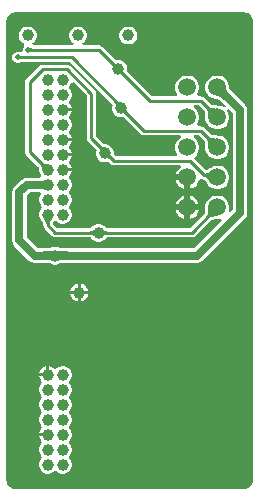
<source format=gtl>
G04*
G04 #@! TF.GenerationSoftware,Altium Limited,Altium Designer,23.0.1 (38)*
G04*
G04 Layer_Physical_Order=1*
G04 Layer_Color=255*
%FSLAX43Y43*%
%MOMM*%
G71*
G04*
G04 #@! TF.SameCoordinates,F4D5CC03-99AA-4306-8ABA-C9368C199380*
G04*
G04*
G04 #@! TF.FilePolarity,Positive*
G04*
G01*
G75*
%ADD11C,0.254*%
%ADD12C,1.000*%
%ADD15C,0.700*%
%ADD16C,1.500*%
%ADD17C,0.600*%
%ADD18C,0.460*%
G36*
X26670Y53739D02*
X45879Y53739D01*
X45964Y53739D01*
X46130Y53706D01*
X46287Y53641D01*
X46428Y53546D01*
X46548Y53426D01*
X46643Y53285D01*
X46708Y53128D01*
X46741Y52962D01*
X46741Y52877D01*
Y14224D01*
X46741Y14139D01*
X46708Y13972D01*
X46643Y13816D01*
X46548Y13674D01*
X46428Y13554D01*
X46287Y13460D01*
X46130Y13395D01*
X45964Y13362D01*
X45879Y13362D01*
X26585D01*
X26418Y13395D01*
X26262Y13460D01*
X26120Y13554D01*
X26000Y13674D01*
X25906Y13816D01*
X25841Y13973D01*
X25808Y14139D01*
Y14224D01*
X25808Y52877D01*
Y52962D01*
X25841Y53128D01*
X25906Y53285D01*
X26000Y53426D01*
X26120Y53546D01*
X26262Y53641D01*
X26419Y53706D01*
X26585Y53739D01*
X26670Y53739D01*
D02*
G37*
%LPC*%
G36*
X36243Y52520D02*
X36044D01*
X35853Y52468D01*
X35681Y52369D01*
X35540Y52229D01*
X35441Y52057D01*
X35390Y51865D01*
Y51667D01*
X35441Y51475D01*
X35540Y51303D01*
X35681Y51162D01*
X35853Y51063D01*
X36044Y51012D01*
X36243D01*
X36435Y51063D01*
X36607Y51162D01*
X36747Y51303D01*
X36846Y51475D01*
X36898Y51667D01*
Y51865D01*
X36846Y52057D01*
X36747Y52229D01*
X36607Y52369D01*
X36435Y52468D01*
X36243Y52520D01*
D02*
G37*
G36*
X31988D02*
X31790D01*
X31598Y52468D01*
X31426Y52369D01*
X31286Y52229D01*
X31186Y52057D01*
X31135Y51865D01*
Y51667D01*
X31186Y51475D01*
X31286Y51303D01*
X31426Y51162D01*
X31513Y51112D01*
X31465Y50934D01*
X28089D01*
X28016Y51095D01*
X28026Y51121D01*
X28098Y51162D01*
X28238Y51303D01*
X28337Y51475D01*
X28389Y51667D01*
Y51865D01*
X28337Y52057D01*
X28238Y52229D01*
X28098Y52369D01*
X27926Y52468D01*
X27734Y52520D01*
X27535D01*
X27344Y52468D01*
X27172Y52369D01*
X27031Y52229D01*
X26932Y52057D01*
X26881Y51865D01*
Y51667D01*
X26932Y51475D01*
X27031Y51303D01*
X27172Y51162D01*
X27301Y51088D01*
X27339Y50945D01*
X27337Y50881D01*
X27276Y50820D01*
X27202Y50642D01*
Y50450D01*
X27203Y50447D01*
X27180Y50414D01*
X27097Y50343D01*
X27061Y50326D01*
X26893Y50395D01*
X26701D01*
X26523Y50321D01*
X26387Y50185D01*
X26313Y50007D01*
Y49815D01*
X26387Y49637D01*
X26523Y49501D01*
X26701Y49427D01*
X26893D01*
X27071Y49501D01*
X27093Y49523D01*
X31208D01*
X34851Y45879D01*
X34855Y45874D01*
X34856Y45873D01*
X34806Y45684D01*
Y45486D01*
X34857Y45294D01*
X34957Y45122D01*
X35097Y44982D01*
X35269Y44882D01*
X35461Y44831D01*
X35659D01*
X35717Y44846D01*
X35732Y44846D01*
X35736Y44847D01*
X35741Y44844D01*
X35753Y44837D01*
X35768Y44826D01*
X35774Y44822D01*
X37170Y43425D01*
X37296Y43341D01*
X37445Y43312D01*
X40546D01*
X40594Y43134D01*
X40525Y43094D01*
X40339Y42907D01*
X40206Y42679D01*
X40138Y42423D01*
Y42159D01*
X40206Y41903D01*
X40309Y41726D01*
X40233Y41548D01*
X35096D01*
X34973Y41671D01*
X34969Y41676D01*
X34955Y41695D01*
X34944Y41711D01*
X34937Y41724D01*
X34933Y41734D01*
X34930Y41740D01*
X34930Y41744D01*
X34929Y41745D01*
X34929Y41759D01*
X34925Y41780D01*
Y41882D01*
X34874Y42074D01*
X34774Y42246D01*
X34634Y42386D01*
X34462Y42486D01*
X34270Y42537D01*
X34168D01*
X34147Y42541D01*
X34133Y42541D01*
X34132Y42542D01*
X34128Y42542D01*
X34122Y42545D01*
X34112Y42549D01*
X34099Y42556D01*
X34083Y42567D01*
X34064Y42581D01*
X34059Y42585D01*
X33408Y43236D01*
Y46839D01*
X33379Y46988D01*
X33295Y47114D01*
X31247Y49162D01*
X31121Y49246D01*
X30972Y49276D01*
X28883D01*
X28734Y49246D01*
X28608Y49162D01*
X27517Y48071D01*
X27432Y47944D01*
X27403Y47796D01*
Y41932D01*
X27432Y41784D01*
X27517Y41657D01*
X28524Y40650D01*
X28529Y40644D01*
X28538Y40628D01*
X28547Y40608D01*
X28555Y40585D01*
X28563Y40556D01*
X28570Y40523D01*
X28574Y40485D01*
X28577Y40442D01*
X28578Y40388D01*
X28583Y40365D01*
Y40287D01*
X28634Y40095D01*
X28734Y39923D01*
X28747Y39910D01*
X28673Y39732D01*
X27559D01*
X27324Y39685D01*
X27124Y39552D01*
X26489Y38916D01*
X26355Y38717D01*
X26308Y38481D01*
Y34417D01*
X26355Y34181D01*
X26489Y33982D01*
X27778Y32692D01*
X27978Y32558D01*
X28214Y32511D01*
X29312D01*
X29407Y32510D01*
X29514Y32503D01*
X29517Y32502D01*
X29651Y32425D01*
X29843Y32373D01*
X30042D01*
X30234Y32425D01*
X30343Y32488D01*
X30857Y32511D01*
X41988D01*
X42224Y32558D01*
X42424Y32692D01*
X46028Y36297D01*
X46162Y36496D01*
X46209Y36732D01*
Y45460D01*
X46162Y45696D01*
X46028Y45895D01*
X44809Y47115D01*
X44780Y47152D01*
X44752Y47193D01*
X44731Y47230D01*
X44714Y47263D01*
X44703Y47293D01*
X44696Y47319D01*
X44692Y47341D01*
X44691Y47376D01*
X44686Y47395D01*
Y47503D01*
X44618Y47759D01*
X44485Y47987D01*
X44298Y48174D01*
X44069Y48307D01*
X43814Y48375D01*
X43550D01*
X43294Y48307D01*
X43065Y48174D01*
X42879Y47987D01*
X42746Y47759D01*
X42678Y47503D01*
Y47239D01*
X42746Y46983D01*
X42879Y46755D01*
X43065Y46568D01*
X43294Y46435D01*
X43550Y46367D01*
X43658D01*
X43677Y46362D01*
X43712Y46361D01*
X43734Y46357D01*
X43760Y46350D01*
X43790Y46339D01*
X43823Y46322D01*
X43860Y46301D01*
X43898Y46275D01*
X43950Y46232D01*
X44420Y45762D01*
X44298Y45634D01*
X44069Y45767D01*
X43814Y45835D01*
X43700D01*
X43676Y45840D01*
X43576Y45841D01*
X43401Y45853D01*
X43333Y45862D01*
X43271Y45875D01*
X43220Y45890D01*
X43179Y45905D01*
X43149Y45920D01*
X43130Y45933D01*
X42548Y46515D01*
X42422Y46599D01*
X42273Y46628D01*
X42051D01*
X41975Y46806D01*
X42078Y46983D01*
X42146Y47239D01*
Y47503D01*
X42078Y47759D01*
X41945Y47987D01*
X41758Y48174D01*
X41529Y48307D01*
X41274Y48375D01*
X41010D01*
X40754Y48307D01*
X40525Y48174D01*
X40339Y47987D01*
X40206Y47759D01*
X40138Y47503D01*
Y47239D01*
X40206Y46983D01*
X40309Y46806D01*
X40233Y46628D01*
X38122D01*
X36075Y48676D01*
X36070Y48681D01*
X36059Y48697D01*
X36052Y48708D01*
X36050Y48712D01*
X36051Y48714D01*
X36051Y48731D01*
X36068Y48796D01*
Y48994D01*
X36017Y49186D01*
X35917Y49358D01*
X35777Y49498D01*
X35605Y49598D01*
X35413Y49649D01*
X35215D01*
X35150Y49632D01*
X35133Y49632D01*
X35131Y49631D01*
X35127Y49633D01*
X35116Y49640D01*
X35100Y49651D01*
X35095Y49656D01*
X33930Y50821D01*
X33804Y50905D01*
X33655Y50934D01*
X32313D01*
X32265Y51112D01*
X32352Y51162D01*
X32492Y51303D01*
X32592Y51475D01*
X32643Y51667D01*
Y51865D01*
X32592Y52057D01*
X32492Y52229D01*
X32352Y52369D01*
X32180Y52468D01*
X31988Y52520D01*
D02*
G37*
G36*
X32127Y30747D02*
Y30127D01*
X32747D01*
X32703Y30291D01*
X32603Y30463D01*
X32463Y30603D01*
X32291Y30703D01*
X32127Y30747D01*
D02*
G37*
G36*
X31873D02*
X31709Y30703D01*
X31537Y30603D01*
X31397Y30463D01*
X31297Y30291D01*
X31253Y30127D01*
X31873D01*
Y30747D01*
D02*
G37*
G36*
X32747Y29873D02*
X32127D01*
Y29253D01*
X32291Y29297D01*
X32463Y29397D01*
X32603Y29537D01*
X32703Y29709D01*
X32747Y29873D01*
D02*
G37*
G36*
X31873D02*
X31253D01*
X31297Y29709D01*
X31397Y29537D01*
X31537Y29397D01*
X31709Y29297D01*
X31873Y29253D01*
Y29873D01*
D02*
G37*
G36*
X30706Y23780D02*
X30508D01*
X30316Y23729D01*
X30144Y23630D01*
X30093Y23579D01*
X29972Y23508D01*
X29851Y23579D01*
X29800Y23630D01*
X29628Y23729D01*
X29464Y23773D01*
Y23026D01*
X29337D01*
Y22899D01*
X28590D01*
X28634Y22735D01*
X28734Y22563D01*
X28784Y22513D01*
X28856Y22391D01*
X28784Y22270D01*
X28734Y22219D01*
X28634Y22047D01*
X28583Y21856D01*
Y21657D01*
X28634Y21465D01*
X28734Y21293D01*
X28784Y21243D01*
X28856Y21121D01*
X28784Y21000D01*
X28734Y20949D01*
X28634Y20777D01*
X28583Y20586D01*
Y20387D01*
X28634Y20195D01*
X28734Y20023D01*
X28784Y19973D01*
X28856Y19851D01*
X28784Y19730D01*
X28734Y19679D01*
X28634Y19507D01*
X28583Y19316D01*
Y19117D01*
X28634Y18925D01*
X28734Y18753D01*
X28784Y18703D01*
X28856Y18581D01*
X28784Y18460D01*
X28734Y18409D01*
X28634Y18237D01*
X28590Y18073D01*
X29337D01*
Y17819D01*
X28590D01*
X28634Y17655D01*
X28734Y17483D01*
X28784Y17433D01*
X28856Y17311D01*
X28784Y17190D01*
X28734Y17139D01*
X28634Y16967D01*
X28583Y16776D01*
Y16577D01*
X28634Y16385D01*
X28734Y16213D01*
X28784Y16163D01*
X28856Y16041D01*
X28784Y15920D01*
X28734Y15869D01*
X28634Y15697D01*
X28583Y15506D01*
Y15307D01*
X28634Y15115D01*
X28734Y14943D01*
X28874Y14803D01*
X29046Y14704D01*
X29238Y14652D01*
X29436D01*
X29628Y14704D01*
X29800Y14803D01*
X29851Y14854D01*
X29972Y14925D01*
X30093Y14854D01*
X30144Y14803D01*
X30316Y14704D01*
X30508Y14652D01*
X30706D01*
X30898Y14704D01*
X31070Y14803D01*
X31210Y14943D01*
X31310Y15115D01*
X31361Y15307D01*
Y15506D01*
X31310Y15697D01*
X31210Y15869D01*
X31160Y15920D01*
X31089Y16041D01*
X31160Y16163D01*
X31210Y16213D01*
X31310Y16385D01*
X31361Y16577D01*
Y16776D01*
X31310Y16967D01*
X31210Y17139D01*
X31160Y17190D01*
X31089Y17311D01*
X31160Y17433D01*
X31210Y17483D01*
X31310Y17655D01*
X31361Y17847D01*
Y18046D01*
X31310Y18237D01*
X31210Y18409D01*
X31160Y18460D01*
X31089Y18581D01*
X31160Y18703D01*
X31210Y18753D01*
X31310Y18925D01*
X31361Y19117D01*
Y19316D01*
X31310Y19507D01*
X31210Y19679D01*
X31160Y19730D01*
X31089Y19851D01*
X31160Y19973D01*
X31210Y20023D01*
X31310Y20195D01*
X31361Y20387D01*
Y20586D01*
X31310Y20777D01*
X31210Y20949D01*
X31160Y21000D01*
X31089Y21121D01*
X31160Y21243D01*
X31210Y21293D01*
X31310Y21465D01*
X31361Y21657D01*
Y21856D01*
X31310Y22047D01*
X31210Y22219D01*
X31160Y22270D01*
X31089Y22391D01*
X31160Y22513D01*
X31210Y22563D01*
X31310Y22735D01*
X31361Y22927D01*
Y23126D01*
X31310Y23317D01*
X31210Y23489D01*
X31070Y23630D01*
X30898Y23729D01*
X30706Y23780D01*
D02*
G37*
G36*
X29210Y23773D02*
X29046Y23729D01*
X28874Y23630D01*
X28734Y23489D01*
X28634Y23317D01*
X28590Y23153D01*
X29210D01*
Y23773D01*
D02*
G37*
%LPD*%
G36*
X27858Y50701D02*
X27868Y50695D01*
X27879Y50690D01*
X27893Y50685D01*
X27908Y50681D01*
X27926Y50678D01*
X27967Y50674D01*
X27990Y50673D01*
X28016Y50673D01*
Y50419D01*
X27990Y50419D01*
X27926Y50414D01*
X27908Y50410D01*
X27893Y50407D01*
X27879Y50402D01*
X27868Y50397D01*
X27858Y50391D01*
X27850Y50385D01*
Y50707D01*
X27858Y50701D01*
D02*
G37*
G36*
X26969Y50066D02*
X26979Y50060D01*
X26990Y50055D01*
X27004Y50050D01*
X27019Y50047D01*
X27037Y50043D01*
X27078Y50039D01*
X27101Y50038D01*
X27127Y50038D01*
Y49784D01*
X27101Y49784D01*
X27037Y49779D01*
X27019Y49776D01*
X27004Y49772D01*
X26990Y49767D01*
X26979Y49762D01*
X26969Y49756D01*
X26961Y49750D01*
Y50072D01*
X26969Y50066D01*
D02*
G37*
G36*
X34910Y49473D02*
X34942Y49446D01*
X34974Y49423D01*
X35005Y49404D01*
X35036Y49390D01*
X35066Y49379D01*
X35096Y49373D01*
X35126Y49370D01*
X35155Y49372D01*
X35184Y49378D01*
X34828Y49014D01*
X34834Y49043D01*
X34835Y49073D01*
X34832Y49102D01*
X34825Y49132D01*
X34814Y49163D01*
X34799Y49194D01*
X34780Y49225D01*
X34757Y49257D01*
X34731Y49289D01*
X34700Y49322D01*
X34877Y49503D01*
X34910Y49473D01*
D02*
G37*
G36*
X35182Y49199D02*
X35216Y49169D01*
X35232Y49157D01*
X35246Y49147D01*
X35260Y49139D01*
X35273Y49132D01*
X35285Y49128D01*
X35296Y49125D01*
X35306Y49125D01*
X35084Y48892D01*
X35083Y48901D01*
X35080Y48912D01*
X35075Y48924D01*
X35069Y48936D01*
X35060Y48950D01*
X35050Y48964D01*
X35008Y49013D01*
X34990Y49032D01*
X35164Y49217D01*
X35182Y49199D01*
D02*
G37*
G36*
X35544Y48877D02*
X35547Y48866D01*
X35551Y48854D01*
X35558Y48841D01*
X35566Y48827D01*
X35576Y48813D01*
X35588Y48797D01*
X35618Y48763D01*
X35636Y48745D01*
X35451Y48571D01*
X35432Y48589D01*
X35383Y48631D01*
X35369Y48641D01*
X35355Y48650D01*
X35343Y48656D01*
X35331Y48661D01*
X35320Y48664D01*
X35311Y48665D01*
X35544Y48887D01*
X35544Y48877D01*
D02*
G37*
G36*
X35791Y48736D02*
X35789Y48707D01*
X35792Y48677D01*
X35798Y48647D01*
X35809Y48617D01*
X35824Y48586D01*
X35842Y48555D01*
X35865Y48523D01*
X35892Y48491D01*
X35922Y48458D01*
X35741Y48281D01*
X35708Y48312D01*
X35676Y48338D01*
X35644Y48361D01*
X35613Y48380D01*
X35582Y48395D01*
X35551Y48406D01*
X35521Y48413D01*
X35492Y48416D01*
X35462Y48415D01*
X35433Y48409D01*
X35797Y48765D01*
X35791Y48736D01*
D02*
G37*
G36*
X44434Y47314D02*
X44443Y47264D01*
X44457Y47213D01*
X44476Y47161D01*
X44502Y47108D01*
X44533Y47054D01*
X44570Y47000D01*
X44613Y46944D01*
X44662Y46888D01*
X44717Y46831D01*
X44222Y46336D01*
X44165Y46391D01*
X44053Y46483D01*
X43999Y46520D01*
X43945Y46551D01*
X43892Y46577D01*
X43840Y46596D01*
X43789Y46610D01*
X43739Y46619D01*
X43689Y46621D01*
X44432Y47363D01*
X44434Y47314D01*
D02*
G37*
G36*
X35254Y46208D02*
X35286Y46180D01*
X35317Y46156D01*
X35349Y46135D01*
X35380Y46118D01*
X35411Y46105D01*
X35441Y46094D01*
X35471Y46087D01*
X35501Y46084D01*
X35530Y46084D01*
X35374Y45979D01*
X35448Y46012D01*
X35470Y45990D01*
X35534Y45936D01*
X35554Y45921D01*
X35595Y45896D01*
X35614Y45886D01*
X35634Y45877D01*
X35653Y45870D01*
X35277Y45683D01*
X35282Y45704D01*
X35285Y45725D01*
X35285Y45747D01*
X35282Y45768D01*
X35275Y45790D01*
X35266Y45812D01*
X35254Y45834D01*
X35239Y45856D01*
X35222Y45877D01*
X35109Y45800D01*
X35119Y45826D01*
X35124Y45853D01*
X35125Y45881D01*
X35122Y45910D01*
X35114Y45939D01*
X35101Y45969D01*
X35084Y45999D01*
X35062Y46030D01*
X35036Y46062D01*
X35005Y46095D01*
X35221Y46239D01*
X35254Y46208D01*
D02*
G37*
G36*
X35861Y45559D02*
X35864Y45536D01*
X35869Y45513D01*
X35877Y45490D01*
X35887Y45467D01*
X35899Y45445D01*
X35913Y45422D01*
X35930Y45400D01*
X35948Y45377D01*
X35955Y45371D01*
X36044Y45460D01*
X36039Y45431D01*
X36037Y45402D01*
X36040Y45372D01*
X36047Y45342D01*
X36058Y45312D01*
X36072Y45281D01*
X36091Y45250D01*
X36114Y45218D01*
X36141Y45186D01*
X36171Y45153D01*
X35992Y44974D01*
X35959Y45004D01*
X35927Y45031D01*
X35895Y45054D01*
X35864Y45073D01*
X35833Y45087D01*
X35803Y45098D01*
X35773Y45105D01*
X35743Y45108D01*
X35714Y45106D01*
X35685Y45101D01*
X35774Y45190D01*
X35768Y45197D01*
X35745Y45215D01*
X35723Y45232D01*
X35700Y45246D01*
X35678Y45258D01*
X35655Y45268D01*
X35632Y45276D01*
X35609Y45281D01*
X35586Y45284D01*
X35563Y45285D01*
X35860Y45582D01*
X35861Y45559D01*
D02*
G37*
G36*
X42972Y45726D02*
X43020Y45695D01*
X43076Y45667D01*
X43139Y45643D01*
X43210Y45623D01*
X43288Y45607D01*
X43373Y45595D01*
X43567Y45582D01*
X43674Y45581D01*
X42932Y44839D01*
X42931Y44946D01*
X42918Y45139D01*
X42906Y45225D01*
X42890Y45303D01*
X42870Y45374D01*
X42846Y45437D01*
X42818Y45493D01*
X42787Y45541D01*
X42751Y45582D01*
X42931Y45762D01*
X42972Y45726D01*
D02*
G37*
G36*
Y43186D02*
X43020Y43155D01*
X43076Y43127D01*
X43139Y43103D01*
X43210Y43083D01*
X43288Y43067D01*
X43373Y43055D01*
X43567Y43042D01*
X43674Y43041D01*
X42932Y42299D01*
X42931Y42406D01*
X42918Y42599D01*
X42906Y42685D01*
X42890Y42763D01*
X42870Y42834D01*
X42846Y42897D01*
X42818Y42953D01*
X42787Y43001D01*
X42751Y43042D01*
X42931Y43222D01*
X42972Y43186D01*
D02*
G37*
G36*
X33869Y42407D02*
X33901Y42380D01*
X33933Y42355D01*
X33964Y42335D01*
X33995Y42317D01*
X34026Y42304D01*
X34056Y42293D01*
X34086Y42286D01*
X34116Y42283D01*
X34145Y42282D01*
X33722Y42002D01*
X33732Y42028D01*
X33738Y42055D01*
X33739Y42083D01*
X33735Y42111D01*
X33727Y42140D01*
X33715Y42170D01*
X33698Y42200D01*
X33676Y42232D01*
X33650Y42264D01*
X33619Y42296D01*
X33837Y42438D01*
X33869Y42407D01*
D02*
G37*
G36*
X34265Y41993D02*
X33965Y41885D01*
X33968Y41894D01*
X33969Y41904D01*
X33967Y41916D01*
X33964Y41928D01*
X33958Y41941D01*
X33949Y41956D01*
X33939Y41971D01*
X33910Y42005D01*
X33893Y42023D01*
X34206Y42068D01*
X34265Y41993D01*
D02*
G37*
G36*
X34456Y41818D02*
X34411Y41505D01*
X34393Y41522D01*
X34359Y41551D01*
X34344Y41561D01*
X34329Y41570D01*
X34316Y41576D01*
X34304Y41579D01*
X34292Y41581D01*
X34282Y41580D01*
X34273Y41577D01*
X34381Y41877D01*
X34456Y41818D01*
D02*
G37*
G36*
X34671Y41728D02*
X34674Y41698D01*
X34681Y41668D01*
X34692Y41638D01*
X34705Y41607D01*
X34723Y41576D01*
X34743Y41545D01*
X34768Y41513D01*
X34795Y41481D01*
X34826Y41449D01*
X34684Y41231D01*
X34652Y41262D01*
X34620Y41288D01*
X34588Y41310D01*
X34558Y41327D01*
X34528Y41339D01*
X34499Y41347D01*
X34471Y41351D01*
X34443Y41350D01*
X34416Y41344D01*
X34390Y41333D01*
X34670Y41757D01*
X34671Y41728D01*
D02*
G37*
G36*
X28904Y41002D02*
X28938Y40977D01*
X28976Y40956D01*
X29017Y40937D01*
X29061Y40921D01*
X29109Y40908D01*
X29160Y40898D01*
X29214Y40891D01*
X29271Y40887D01*
X29332Y40886D01*
X28837Y40391D01*
X28836Y40452D01*
X28832Y40510D01*
X28825Y40564D01*
X28816Y40615D01*
X28803Y40662D01*
X28787Y40707D01*
X28768Y40748D01*
X28746Y40785D01*
X28721Y40820D01*
X28693Y40851D01*
X28873Y41030D01*
X28904Y41002D01*
D02*
G37*
G36*
X42999Y39441D02*
X42964Y39512D01*
X42927Y39576D01*
X42888Y39632D01*
X42846Y39680D01*
X42802Y39721D01*
X42756Y39755D01*
X42708Y39781D01*
X42658Y39800D01*
X42606Y39811D01*
X42551Y39814D01*
X42552Y40068D01*
X42612Y40071D01*
X42674Y40080D01*
X42737Y40094D01*
X42803Y40115D01*
X42871Y40140D01*
X42940Y40172D01*
X43012Y40210D01*
X43162Y40302D01*
X43239Y40356D01*
X42999Y39441D01*
D02*
G37*
G36*
X32632Y46678D02*
Y43075D01*
X32661Y42926D01*
X32745Y42800D01*
X33465Y42081D01*
X33469Y42076D01*
X33469Y42075D01*
X33468Y42074D01*
X33417Y41882D01*
Y41684D01*
X33468Y41492D01*
X33568Y41320D01*
X33708Y41180D01*
X33880Y41080D01*
X34072Y41029D01*
X34270D01*
X34462Y41080D01*
X34463Y41081D01*
X34464Y41081D01*
X34469Y41077D01*
X34660Y40885D01*
X34786Y40801D01*
X34935Y40772D01*
X40546D01*
X40594Y40594D01*
X40525Y40554D01*
X40339Y40367D01*
X40206Y40139D01*
X40170Y40001D01*
X41142D01*
Y39751D01*
X41392D01*
Y38779D01*
X41529Y38815D01*
X41758Y38948D01*
X41945Y39135D01*
X42078Y39363D01*
X42130Y39561D01*
X42182Y39598D01*
X42266Y39630D01*
X42324Y39635D01*
X42402Y39583D01*
X42527Y39558D01*
X42533Y39556D01*
X42537Y39556D01*
X42551Y39553D01*
X42572D01*
X42586Y39550D01*
X42601Y39545D01*
X42617Y39536D01*
X42636Y39522D01*
X42658Y39501D01*
X42683Y39473D01*
X42709Y39435D01*
X42736Y39389D01*
X42744Y39373D01*
X42746Y39363D01*
X42761Y39338D01*
X42767Y39327D01*
X42771Y39321D01*
X42773Y39317D01*
X42775Y39311D01*
X42780Y39305D01*
X42879Y39135D01*
X43065Y38948D01*
X43294Y38815D01*
X43550Y38747D01*
X43814D01*
X44069Y38815D01*
X44298Y38948D01*
X44485Y39135D01*
X44618Y39363D01*
X44686Y39619D01*
Y39883D01*
X44618Y40139D01*
X44485Y40367D01*
X44298Y40554D01*
X44069Y40687D01*
X43814Y40755D01*
X43550D01*
X43294Y40687D01*
X43112Y40581D01*
X43109Y40580D01*
X43106Y40578D01*
X43065Y40554D01*
X43053Y40542D01*
X43019Y40518D01*
X42884Y40435D01*
X42827Y40405D01*
X42771Y40380D01*
X42719Y40360D01*
X42691Y40351D01*
X41732Y41310D01*
X41755Y41486D01*
X41758Y41488D01*
X41945Y41675D01*
X42078Y41903D01*
X42146Y42159D01*
Y42423D01*
X42078Y42679D01*
X41945Y42907D01*
X41758Y43094D01*
X41690Y43134D01*
X41738Y43312D01*
X42112D01*
X42580Y42843D01*
X42593Y42824D01*
X42608Y42793D01*
X42623Y42753D01*
X42638Y42701D01*
X42651Y42640D01*
X42660Y42572D01*
X42672Y42396D01*
X42673Y42297D01*
X42678Y42273D01*
Y42159D01*
X42746Y41903D01*
X42879Y41675D01*
X43065Y41488D01*
X43294Y41355D01*
X43550Y41287D01*
X43814D01*
X44069Y41355D01*
X44298Y41488D01*
X44485Y41675D01*
X44618Y41903D01*
X44686Y42159D01*
Y42423D01*
X44618Y42679D01*
X44485Y42907D01*
X44298Y43094D01*
X44069Y43227D01*
X43814Y43295D01*
X43700D01*
X43676Y43300D01*
X43576Y43301D01*
X43401Y43313D01*
X43333Y43322D01*
X43271Y43335D01*
X43220Y43350D01*
X43179Y43365D01*
X43149Y43380D01*
X43130Y43393D01*
X42548Y43975D01*
X42422Y44059D01*
X42273Y44088D01*
X42051D01*
X41975Y44266D01*
X42078Y44443D01*
X42146Y44699D01*
Y44963D01*
X42078Y45219D01*
X41945Y45447D01*
X41758Y45634D01*
X41690Y45674D01*
X41738Y45852D01*
X42112D01*
X42580Y45383D01*
X42593Y45364D01*
X42608Y45333D01*
X42623Y45293D01*
X42638Y45241D01*
X42651Y45180D01*
X42660Y45112D01*
X42672Y44936D01*
X42673Y44837D01*
X42678Y44813D01*
Y44699D01*
X42746Y44443D01*
X42879Y44215D01*
X43065Y44028D01*
X43294Y43895D01*
X43550Y43827D01*
X43814D01*
X44069Y43895D01*
X44298Y44028D01*
X44485Y44215D01*
X44618Y44443D01*
X44686Y44699D01*
Y44963D01*
X44618Y45219D01*
X44485Y45447D01*
X44613Y45569D01*
X44977Y45205D01*
Y36987D01*
X44797Y36807D01*
X44638Y36899D01*
X44686Y37079D01*
Y37343D01*
X44618Y37599D01*
X44485Y37827D01*
X44298Y38014D01*
X44069Y38147D01*
X43814Y38215D01*
X43550D01*
X43294Y38147D01*
X43065Y38014D01*
X42879Y37827D01*
X42746Y37599D01*
X42678Y37343D01*
Y37229D01*
X42673Y37205D01*
X42672Y37106D01*
X42660Y36930D01*
X42651Y36862D01*
X42638Y36801D01*
X42623Y36749D01*
X42608Y36709D01*
X42593Y36678D01*
X42580Y36659D01*
X41362Y35440D01*
X34324D01*
X34317Y35441D01*
X34298Y35444D01*
X34285Y35448D01*
X34279Y35450D01*
X34277Y35452D01*
X34266Y35463D01*
X34236Y35515D01*
X34096Y35655D01*
X33924Y35755D01*
X33732Y35806D01*
X33533D01*
X33342Y35755D01*
X33170Y35655D01*
X33029Y35515D01*
X32999Y35463D01*
X32988Y35452D01*
X32986Y35450D01*
X32981Y35448D01*
X32967Y35444D01*
X32949Y35441D01*
X32941Y35440D01*
X30133D01*
X29732Y35842D01*
X29739Y35861D01*
X29750Y35883D01*
X29764Y35909D01*
X29783Y35937D01*
X29807Y35968D01*
X29835Y36000D01*
X29855Y36020D01*
X29871Y36030D01*
X29910Y36044D01*
X30031Y36060D01*
X30093Y36024D01*
X30144Y35973D01*
X30316Y35874D01*
X30508Y35822D01*
X30706D01*
X30898Y35874D01*
X31070Y35973D01*
X31210Y36113D01*
X31310Y36285D01*
X31361Y36477D01*
Y36676D01*
X31310Y36867D01*
X31210Y37039D01*
X31160Y37090D01*
X31089Y37211D01*
X31160Y37333D01*
X31210Y37383D01*
X31310Y37555D01*
X31361Y37747D01*
Y37946D01*
X31310Y38137D01*
X31210Y38309D01*
X31160Y38360D01*
X31089Y38481D01*
X31160Y38603D01*
X31210Y38653D01*
X31310Y38825D01*
X31361Y39017D01*
Y39216D01*
X31310Y39407D01*
X31210Y39579D01*
X31160Y39630D01*
X31089Y39751D01*
X31160Y39873D01*
X31210Y39923D01*
X31310Y40095D01*
X31354Y40259D01*
X30607D01*
Y40513D01*
X31354D01*
X31310Y40677D01*
X31210Y40849D01*
X31160Y40900D01*
X31089Y41021D01*
X31160Y41143D01*
X31210Y41193D01*
X31310Y41365D01*
X31354Y41529D01*
X30607D01*
Y41783D01*
X31354D01*
X31310Y41947D01*
X31210Y42119D01*
X31160Y42170D01*
X31089Y42291D01*
X31160Y42413D01*
X31210Y42463D01*
X31310Y42635D01*
X31354Y42799D01*
X30607D01*
Y43053D01*
X31354D01*
X31310Y43217D01*
X31210Y43389D01*
X31160Y43440D01*
X31089Y43561D01*
X31160Y43683D01*
X31210Y43733D01*
X31310Y43905D01*
X31361Y44097D01*
Y44296D01*
X31310Y44487D01*
X31210Y44659D01*
X31160Y44710D01*
X31089Y44831D01*
X31160Y44953D01*
X31210Y45003D01*
X31310Y45175D01*
X31354Y45339D01*
X30607D01*
Y45593D01*
X31354D01*
X31310Y45757D01*
X31210Y45929D01*
X31160Y45980D01*
X31089Y46101D01*
X31160Y46223D01*
X31210Y46273D01*
X31310Y46445D01*
X31361Y46637D01*
Y46836D01*
X31310Y47027D01*
X31210Y47199D01*
X31160Y47250D01*
X31089Y47371D01*
X31160Y47493D01*
X31210Y47543D01*
X31310Y47715D01*
X31317Y47742D01*
X31515Y47795D01*
X32632Y46678D01*
D02*
G37*
G36*
X43674Y36461D02*
X43567Y36460D01*
X43373Y36447D01*
X43288Y36435D01*
X43210Y36419D01*
X43139Y36399D01*
X43076Y36375D01*
X43020Y36347D01*
X42972Y36316D01*
X42931Y36280D01*
X42751Y36460D01*
X42787Y36501D01*
X42818Y36549D01*
X42846Y36605D01*
X42870Y36668D01*
X42890Y36739D01*
X42906Y36817D01*
X42918Y36903D01*
X42931Y37096D01*
X42932Y37203D01*
X43674Y36461D01*
D02*
G37*
G36*
X29645Y36176D02*
X29607Y36132D01*
X29573Y36089D01*
X29544Y36046D01*
X29520Y36003D01*
X29500Y35961D01*
X29484Y35918D01*
X29473Y35876D01*
X29466Y35834D01*
X29464Y35793D01*
X29210D01*
X29208Y35834D01*
X29201Y35876D01*
X29190Y35918D01*
X29174Y35961D01*
X29154Y36003D01*
X29130Y36046D01*
X29101Y36089D01*
X29067Y36132D01*
X29029Y36176D01*
X28987Y36219D01*
X29687D01*
X29645Y36176D01*
D02*
G37*
G36*
X33805Y35207D02*
X33814Y35201D01*
X33826Y35196D01*
X33839Y35191D01*
X33855Y35188D01*
X33872Y35184D01*
X33913Y35180D01*
X33937Y35179D01*
X33962Y35179D01*
Y34925D01*
X33937Y34925D01*
X33872Y34920D01*
X33855Y34917D01*
X33839Y34913D01*
X33826Y34908D01*
X33814Y34903D01*
X33805Y34897D01*
X33797Y34891D01*
Y35213D01*
X33805Y35207D01*
D02*
G37*
G36*
X33468Y34891D02*
X33461Y34897D01*
X33451Y34903D01*
X33439Y34908D01*
X33426Y34913D01*
X33410Y34917D01*
X33393Y34920D01*
X33328Y34925D01*
X33303Y34925D01*
Y35179D01*
X33328Y35179D01*
X33352Y35180D01*
X33393Y35184D01*
X33410Y35188D01*
X33426Y35191D01*
X33439Y35196D01*
X33451Y35201D01*
X33461Y35207D01*
X33468Y35213D01*
Y34891D01*
D02*
G37*
G36*
X34080Y35282D02*
X34100Y35260D01*
X34122Y35241D01*
X34148Y35225D01*
X34178Y35211D01*
X34210Y35199D01*
X34245Y35190D01*
X34284Y35184D01*
X34325Y35180D01*
X34370Y35179D01*
Y34925D01*
X34325Y34924D01*
X34284Y34920D01*
X34245Y34914D01*
X34210Y34905D01*
X34178Y34893D01*
X34148Y34879D01*
X34122Y34863D01*
X34100Y34844D01*
X34080Y34822D01*
X34063Y34798D01*
Y35306D01*
X34080Y35282D01*
D02*
G37*
G36*
X33202Y34798D02*
X33185Y34822D01*
X33166Y34844D01*
X33143Y34863D01*
X33117Y34879D01*
X33088Y34893D01*
X33056Y34905D01*
X33020Y34914D01*
X32982Y34920D01*
X32940Y34924D01*
X32895Y34925D01*
Y35179D01*
X32940Y35180D01*
X32982Y35184D01*
X33020Y35190D01*
X33056Y35199D01*
X33088Y35211D01*
X33117Y35225D01*
X33143Y35241D01*
X33166Y35260D01*
X33185Y35282D01*
X33202Y35306D01*
Y34798D01*
D02*
G37*
G36*
X28747Y38323D02*
X28734Y38309D01*
X28634Y38137D01*
X28583Y37946D01*
Y37747D01*
X28634Y37555D01*
X28734Y37383D01*
X28784Y37333D01*
X28856Y37211D01*
X28784Y37090D01*
X28734Y37039D01*
X28634Y36867D01*
X28583Y36676D01*
Y36477D01*
X28634Y36285D01*
X28734Y36113D01*
X28788Y36059D01*
X28801Y36039D01*
X28839Y36000D01*
X28867Y35968D01*
X28891Y35937D01*
X28910Y35909D01*
X28924Y35883D01*
X28935Y35861D01*
X28943Y35840D01*
X28947Y35823D01*
X28949Y35816D01*
Y35687D01*
X28978Y35538D01*
X29062Y35412D01*
X29697Y34777D01*
X29823Y34693D01*
X29972Y34664D01*
X32941D01*
X32949Y34663D01*
X32967Y34660D01*
X32981Y34656D01*
X32986Y34654D01*
X32988Y34652D01*
X32999Y34641D01*
X33029Y34589D01*
X33170Y34449D01*
X33342Y34349D01*
X33533Y34298D01*
X33732D01*
X33924Y34349D01*
X34096Y34449D01*
X34236Y34589D01*
X34266Y34641D01*
X34277Y34652D01*
X34279Y34654D01*
X34285Y34656D01*
X34298Y34660D01*
X34317Y34663D01*
X34324Y34664D01*
X41523D01*
X41672Y34693D01*
X41798Y34777D01*
X43130Y36109D01*
X43149Y36122D01*
X43179Y36137D01*
X43220Y36152D01*
X43271Y36167D01*
X43333Y36180D01*
X43401Y36189D01*
X43576Y36201D01*
X43676Y36202D01*
X43700Y36207D01*
X43814D01*
X43994Y36255D01*
X44086Y36096D01*
X41733Y33743D01*
X30573D01*
X30478Y33745D01*
X30371Y33752D01*
X30368Y33752D01*
X30234Y33830D01*
X30042Y33881D01*
X29843D01*
X29651Y33830D01*
X29542Y33767D01*
X29028Y33743D01*
X28469D01*
X27540Y34672D01*
Y38226D01*
X27814Y38500D01*
X28673D01*
X28747Y38323D01*
D02*
G37*
G36*
X30277Y33505D02*
X30305Y33499D01*
X30346Y33494D01*
X30467Y33486D01*
X31000Y33477D01*
Y32777D01*
X30263Y32743D01*
Y33511D01*
X30277Y33505D01*
D02*
G37*
G36*
X29622Y32743D02*
X29608Y32750D01*
X29580Y32756D01*
X29539Y32761D01*
X29418Y32769D01*
X28885Y32777D01*
Y33477D01*
X29622Y33511D01*
Y32743D01*
D02*
G37*
%LPC*%
G36*
X40892Y39501D02*
X40170D01*
X40206Y39363D01*
X40339Y39135D01*
X40525Y38948D01*
X40754Y38815D01*
X40892Y38779D01*
Y39501D01*
D02*
G37*
G36*
X41392Y38183D02*
Y37461D01*
X42114D01*
X42078Y37599D01*
X41945Y37827D01*
X41758Y38014D01*
X41529Y38147D01*
X41392Y38183D01*
D02*
G37*
G36*
X40892D02*
X40754Y38147D01*
X40525Y38014D01*
X40339Y37827D01*
X40206Y37599D01*
X40170Y37461D01*
X40892D01*
Y38183D01*
D02*
G37*
G36*
X42114Y36961D02*
X41392D01*
Y36239D01*
X41529Y36275D01*
X41758Y36408D01*
X41945Y36595D01*
X42078Y36823D01*
X42114Y36961D01*
D02*
G37*
G36*
X40892D02*
X40170D01*
X40206Y36823D01*
X40339Y36595D01*
X40525Y36408D01*
X40754Y36275D01*
X40892Y36239D01*
Y36961D01*
D02*
G37*
%LPD*%
D11*
X35560Y45585D02*
X37445Y43700D01*
X35560Y45585D02*
Y45720D01*
X31369Y49911D02*
X35560Y45720D01*
X37445Y43700D02*
X42273D01*
X27686Y50546D02*
X33655D01*
X37961Y46240D02*
X42273D01*
X33655Y50546D02*
X37961Y46240D01*
X26797Y49911D02*
X31369D01*
X33020Y43075D02*
X34935Y41160D01*
X30972Y48887D02*
X33020Y46839D01*
Y43075D02*
Y46839D01*
X27791Y47796D02*
X28883Y48887D01*
X30972D01*
X34935Y41160D02*
X41332D01*
X27791Y41932D02*
Y47796D01*
Y41932D02*
X29337Y40386D01*
X41332Y41160D02*
X42551Y39941D01*
X43491D01*
X43682Y39751D01*
X29218Y43045D02*
X29337Y42926D01*
X42273Y43700D02*
X43682Y42291D01*
X42273Y46240D02*
X43682Y44831D01*
X29337Y35687D02*
X29972Y35052D01*
X29337Y35687D02*
Y36576D01*
X29972Y35052D02*
X41523D01*
X43682Y37211D01*
D12*
X29942Y33127D02*
D03*
X32000Y30000D02*
D03*
X36144Y51766D02*
D03*
X35560Y45585D02*
D03*
X35314Y48895D02*
D03*
X34171Y41783D02*
D03*
X33633Y35052D02*
D03*
X27635Y51766D02*
D03*
X31889D02*
D03*
X29337Y15406D02*
D03*
X30607D02*
D03*
X29337Y16676D02*
D03*
X30607D02*
D03*
X29337Y17946D02*
D03*
Y19216D02*
D03*
X30607D02*
D03*
X29337Y20486D02*
D03*
X30607D02*
D03*
X29337Y21756D02*
D03*
X30607D02*
D03*
X29337Y23026D02*
D03*
X30607D02*
D03*
Y17946D02*
D03*
Y39116D02*
D03*
Y48006D02*
D03*
X29337D02*
D03*
X30607Y46736D02*
D03*
X29337D02*
D03*
X30607Y45466D02*
D03*
X29337D02*
D03*
X30607Y44196D02*
D03*
X29337D02*
D03*
X30607Y42926D02*
D03*
X29337D02*
D03*
X30607Y41656D02*
D03*
X29337D02*
D03*
X30607Y40386D02*
D03*
X29337D02*
D03*
Y39116D02*
D03*
X30607Y37846D02*
D03*
X29337D02*
D03*
X30607Y36576D02*
D03*
X29337D02*
D03*
D15*
X26924Y34417D02*
X28214Y33127D01*
X26924Y38481D02*
X27559Y39116D01*
X26924Y34417D02*
Y38481D01*
X28214Y33127D02*
X29942D01*
X41988D01*
X45593Y36732D01*
X43682Y47371D02*
X45593Y45460D01*
Y36732D02*
Y45460D01*
X27559Y39116D02*
X29337D01*
D16*
X43682Y37211D02*
D03*
X41142D02*
D03*
X43682Y39751D02*
D03*
X41142D02*
D03*
X43682Y42291D02*
D03*
X41142D02*
D03*
X43682Y44831D02*
D03*
X41142D02*
D03*
X43682Y47371D02*
D03*
X41142D02*
D03*
D17*
X32000Y30000D02*
D03*
X45000Y52000D02*
D03*
X44000Y50000D02*
D03*
X45000Y48000D02*
D03*
Y32000D02*
D03*
X44000Y30000D02*
D03*
X45000Y28000D02*
D03*
X44000Y26000D02*
D03*
X45000Y24000D02*
D03*
X44000Y22000D02*
D03*
X45000Y20000D02*
D03*
X44000Y18000D02*
D03*
X45000Y16000D02*
D03*
X44000Y14000D02*
D03*
X43000Y52000D02*
D03*
X42000Y50000D02*
D03*
X43000Y32000D02*
D03*
X42000Y30000D02*
D03*
X43000Y28000D02*
D03*
X42000Y26000D02*
D03*
X43000Y24000D02*
D03*
X42000Y22000D02*
D03*
X43000Y20000D02*
D03*
X42000Y18000D02*
D03*
X43000Y16000D02*
D03*
X42000Y14000D02*
D03*
X41000Y52000D02*
D03*
X40000Y50000D02*
D03*
Y38000D02*
D03*
X41000Y32000D02*
D03*
X40000Y30000D02*
D03*
X41000Y28000D02*
D03*
X40000Y26000D02*
D03*
X41000Y24000D02*
D03*
X40000Y22000D02*
D03*
X41000Y20000D02*
D03*
X40000Y18000D02*
D03*
X41000Y16000D02*
D03*
X40000Y14000D02*
D03*
X39000Y52000D02*
D03*
Y48000D02*
D03*
X38000Y42000D02*
D03*
X39000Y40000D02*
D03*
X38000Y38000D02*
D03*
X39000Y36000D02*
D03*
Y32000D02*
D03*
X38000Y30000D02*
D03*
X39000Y28000D02*
D03*
X38000Y26000D02*
D03*
X39000Y24000D02*
D03*
X38000Y22000D02*
D03*
X39000Y20000D02*
D03*
X38000Y18000D02*
D03*
X39000Y16000D02*
D03*
X38000Y14000D02*
D03*
X36000Y42000D02*
D03*
X37000Y40000D02*
D03*
X36000Y38000D02*
D03*
X37000Y36000D02*
D03*
Y32000D02*
D03*
X36000Y30000D02*
D03*
X37000Y28000D02*
D03*
X36000Y26000D02*
D03*
X37000Y24000D02*
D03*
X36000Y22000D02*
D03*
X37000Y20000D02*
D03*
X36000Y18000D02*
D03*
X37000Y16000D02*
D03*
X36000Y14000D02*
D03*
X35000Y52000D02*
D03*
X34000Y46000D02*
D03*
X35000Y44000D02*
D03*
Y40000D02*
D03*
X34000Y38000D02*
D03*
X35000Y36000D02*
D03*
Y32000D02*
D03*
X34000Y30000D02*
D03*
X35000Y28000D02*
D03*
X34000Y26000D02*
D03*
X35000Y24000D02*
D03*
X34000Y22000D02*
D03*
X35000Y20000D02*
D03*
X34000Y18000D02*
D03*
X35000Y16000D02*
D03*
X34000Y14000D02*
D03*
X32000Y46000D02*
D03*
Y42000D02*
D03*
X33000Y40000D02*
D03*
X32000Y38000D02*
D03*
X33000Y36000D02*
D03*
Y32000D02*
D03*
Y28000D02*
D03*
X32000Y26000D02*
D03*
X33000Y24000D02*
D03*
X32000Y22000D02*
D03*
X33000Y20000D02*
D03*
X32000Y18000D02*
D03*
X33000Y16000D02*
D03*
X32000Y14000D02*
D03*
X31000Y32000D02*
D03*
X30000Y30000D02*
D03*
X31000Y28000D02*
D03*
X30000Y26000D02*
D03*
Y14000D02*
D03*
X28000Y38000D02*
D03*
X29000Y32000D02*
D03*
X28000Y30000D02*
D03*
X29000Y28000D02*
D03*
X28000Y26000D02*
D03*
Y22000D02*
D03*
Y18000D02*
D03*
Y14000D02*
D03*
X29942Y33127D02*
D03*
X35560Y45585D02*
D03*
D18*
X26797Y49911D02*
D03*
X27686Y50546D02*
D03*
X31889Y51766D02*
D03*
X33633Y35052D02*
D03*
X34171Y41783D02*
D03*
X35314Y48895D02*
D03*
X27635Y51766D02*
D03*
X36144D02*
D03*
M02*

</source>
